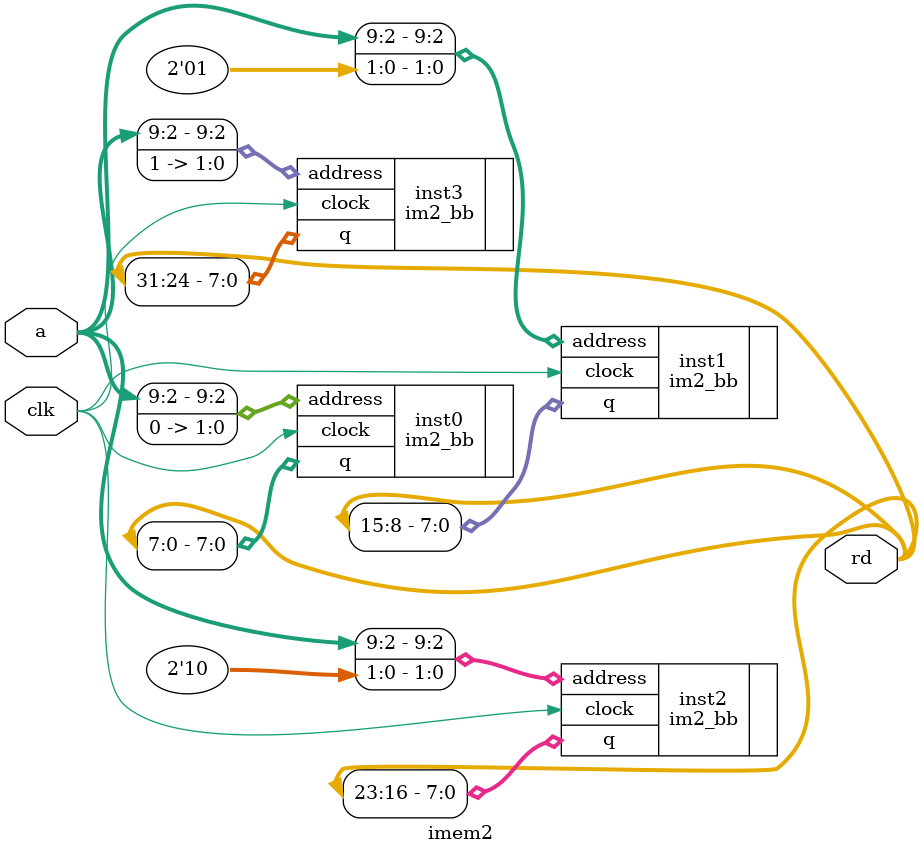
<source format=v>
module imem2(
input [31:0]a,
input clk,
output [31:0] rd
);

    im2_bb inst0(.address ({a[9:2],2'b00}),.clock ( clk ),.q (rd[7:0]));
    im2_bb inst1(.address ({a[9:2],2'b01}),.clock ( clk ),.q (rd[15:8]));
    im2_bb inst2(.address ({a[9:2],2'b10}),.clock ( clk ),.q (rd[23:16]));
    im2_bb inst3(.address ({a[9:2],2'b11}),.clock ( clk ),.q (rd[31:24]));

 endmodule
</source>
